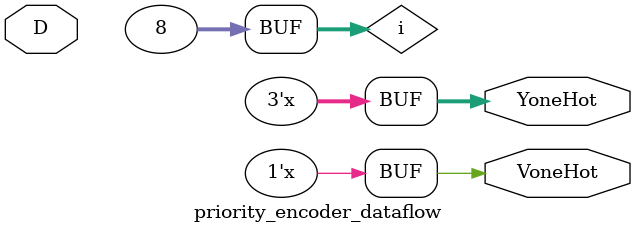
<source format=sv>
`timescale 1ns / 1ps

module priority_encoder_dataflow(
	input [7:0] D,
	output reg VoneHot,
	output reg [2:0] YoneHot
    );
        
	//RTL One Hot
		integer i;
		always_comb for (i=0; i<8; i=i+1) if(D[i]) YoneHot++;	
		assign VoneHot = !YoneHot;

endmodule
</source>
